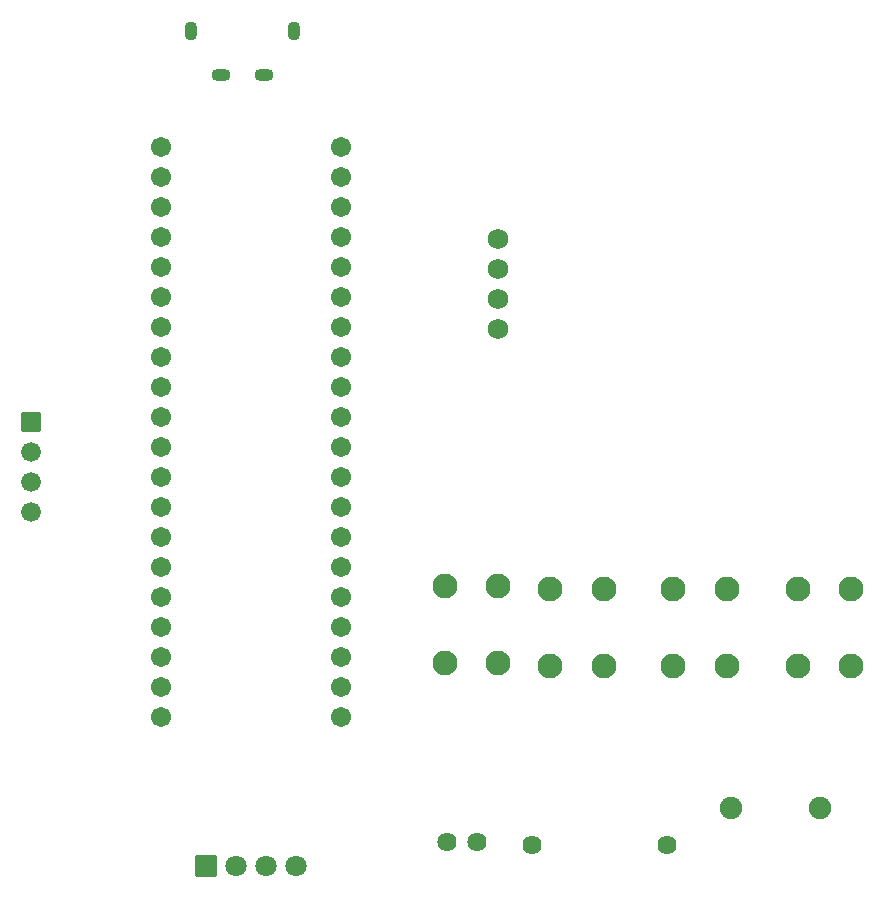
<source format=gbs>
G04 Layer: BottomSolderMaskLayer*
G04 EasyEDA Pro v2.2.34.8, 2025-02-03 13:19:09*
G04 Gerber Generator version 0.3*
G04 Scale: 100 percent, Rotated: No, Reflected: No*
G04 Dimensions in millimeters*
G04 Leading zeros omitted, absolute positions, 4 integers and 5 decimals*
%FSLAX45Y45*%
%MOMM*%
%AMRoundRect*1,1,$1,$2,$3*1,1,$1,$4,$5*1,1,$1,0-$2,0-$3*1,1,$1,0-$4,0-$5*20,1,$1,$2,$3,$4,$5,0*20,1,$1,$4,$5,0-$2,0-$3,0*20,1,$1,0-$2,0-$3,0-$4,0-$5,0*20,1,$1,0-$4,0-$5,$2,$3,0*4,1,4,$2,$3,$4,$5,0-$2,0-$3,0-$4,0-$5,$2,$3,0*%
%ADD10C,1.902*%
%ADD11C,1.75201*%
%ADD12C,1.62403*%
%ADD13RoundRect,0.09615X0.79032X0.79032X0.79032X-0.79032*%
%ADD14C,1.6768*%
%ADD15C,1.702*%
%ADD16C,2.102*%
%ADD17C,1.626*%
%ADD18O,1.62403X1.10002*%
%ADD19O,1.10002X1.62403*%
%ADD20RoundRect,0.09654X-0.85273X0.85273X0.85273X0.85273*%
%ADD21C,1.802*%
G75*


G04 Pad Start*
G54D10*
G01X9085613Y3224296D03*
G01X9845606Y3224296D03*
G54D11*
G01X7117855Y8039100D03*
G01X7117855Y7785100D03*
G01X7117855Y7531100D03*
G01X7118109Y7277100D03*
G54D12*
G01X7400597Y2908300D03*
G01X8550608Y2908300D03*
G54D13*
G01X3162300Y6489700D03*
G54D14*
G01X3162300Y6235700D03*
G01X3162300Y5981700D03*
G01X3162300Y5727700D03*
G54D15*
G01X5791197Y3987805D03*
G01X5791197Y4241805D03*
G01X5791197Y4495805D03*
G01X5791197Y4749805D03*
G01X5791197Y5003805D03*
G01X5791197Y5257805D03*
G01X5791197Y5511805D03*
G01X5791197Y5765805D03*
G01X5791197Y6019805D03*
G01X5791197Y6273805D03*
G01X5791197Y6527805D03*
G01X5791197Y6781805D03*
G01X5791197Y7035805D03*
G01X5791197Y7289805D03*
G01X5791197Y7543805D03*
G01X5791197Y7797805D03*
G01X5791197Y8051805D03*
G01X5791197Y8305805D03*
G01X5791197Y8559805D03*
G01X5791197Y8813805D03*
G01X4267197Y8813805D03*
G01X4267197Y8559805D03*
G01X4267197Y8305805D03*
G01X4267197Y8051805D03*
G01X4267197Y7797805D03*
G01X4267197Y7543805D03*
G01X4267197Y7289805D03*
G01X4267197Y7035805D03*
G01X4267197Y6781805D03*
G01X4267197Y6527805D03*
G01X4267197Y6273805D03*
G01X4267197Y6019805D03*
G01X4267197Y5765805D03*
G01X4267197Y5511805D03*
G01X4267197Y5257805D03*
G01X4267197Y5003805D03*
G01X4267197Y4749805D03*
G01X4267197Y4495805D03*
G01X4267197Y4241805D03*
G01X4267197Y3987805D03*
G54D16*
G01X7118033Y5100193D03*
G01X6668046Y5100193D03*
G01X6668046Y4450207D03*
G01X7118033Y4450207D03*
G01X8010093Y5074793D03*
G01X7560107Y5074793D03*
G01X7560107Y4424807D03*
G01X8010093Y4424807D03*
G01X9051493Y5074793D03*
G01X8601507Y5074793D03*
G01X8601507Y4424807D03*
G01X9051493Y4424807D03*
G01X10105593Y5074793D03*
G01X9655607Y5074793D03*
G01X9655607Y4424807D03*
G01X10105593Y4424807D03*
G54D17*
G01X6941833Y2933700D03*
G01X6687833Y2933700D03*
G54D18*
G01X5133010Y9428912D03*
G01X4773016Y9428912D03*
G54D19*
G01X4515510Y9798914D03*
G01X5390515Y9798914D03*
G54D20*
G01X4648200Y2730500D03*
G54D21*
G01X4902200Y2730500D03*
G01X5156200Y2730500D03*
G01X5410200Y2730500D03*
G04 Pad End*

M02*


</source>
